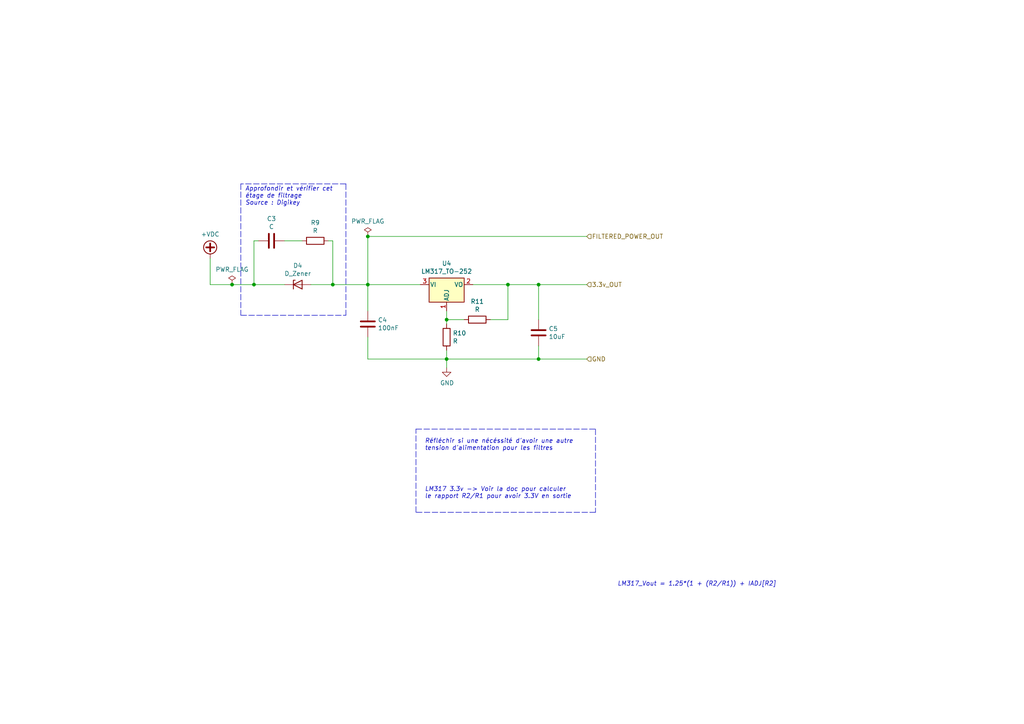
<source format=kicad_sch>
(kicad_sch (version 20211123) (generator eeschema)

  (uuid c8a7af6e-c432-4fa3-91ee-c8bf0c5a9ebe)

  (paper "A4")

  (lib_symbols
    (symbol "Device:C" (pin_numbers hide) (pin_names (offset 0.254)) (in_bom yes) (on_board yes)
      (property "Reference" "C" (id 0) (at 0.635 2.54 0)
        (effects (font (size 1.27 1.27)) (justify left))
      )
      (property "Value" "C" (id 1) (at 0.635 -2.54 0)
        (effects (font (size 1.27 1.27)) (justify left))
      )
      (property "Footprint" "" (id 2) (at 0.9652 -3.81 0)
        (effects (font (size 1.27 1.27)) hide)
      )
      (property "Datasheet" "~" (id 3) (at 0 0 0)
        (effects (font (size 1.27 1.27)) hide)
      )
      (property "ki_keywords" "cap capacitor" (id 4) (at 0 0 0)
        (effects (font (size 1.27 1.27)) hide)
      )
      (property "ki_description" "Unpolarized capacitor" (id 5) (at 0 0 0)
        (effects (font (size 1.27 1.27)) hide)
      )
      (property "ki_fp_filters" "C_*" (id 6) (at 0 0 0)
        (effects (font (size 1.27 1.27)) hide)
      )
      (symbol "C_0_1"
        (polyline
          (pts
            (xy -2.032 -0.762)
            (xy 2.032 -0.762)
          )
          (stroke (width 0.508) (type default) (color 0 0 0 0))
          (fill (type none))
        )
        (polyline
          (pts
            (xy -2.032 0.762)
            (xy 2.032 0.762)
          )
          (stroke (width 0.508) (type default) (color 0 0 0 0))
          (fill (type none))
        )
      )
      (symbol "C_1_1"
        (pin passive line (at 0 3.81 270) (length 2.794)
          (name "~" (effects (font (size 1.27 1.27))))
          (number "1" (effects (font (size 1.27 1.27))))
        )
        (pin passive line (at 0 -3.81 90) (length 2.794)
          (name "~" (effects (font (size 1.27 1.27))))
          (number "2" (effects (font (size 1.27 1.27))))
        )
      )
    )
    (symbol "Device:D_Zener" (pin_numbers hide) (pin_names (offset 1.016) hide) (in_bom yes) (on_board yes)
      (property "Reference" "D" (id 0) (at 0 2.54 0)
        (effects (font (size 1.27 1.27)))
      )
      (property "Value" "D_Zener" (id 1) (at 0 -2.54 0)
        (effects (font (size 1.27 1.27)))
      )
      (property "Footprint" "" (id 2) (at 0 0 0)
        (effects (font (size 1.27 1.27)) hide)
      )
      (property "Datasheet" "~" (id 3) (at 0 0 0)
        (effects (font (size 1.27 1.27)) hide)
      )
      (property "ki_keywords" "diode" (id 4) (at 0 0 0)
        (effects (font (size 1.27 1.27)) hide)
      )
      (property "ki_description" "Zener diode" (id 5) (at 0 0 0)
        (effects (font (size 1.27 1.27)) hide)
      )
      (property "ki_fp_filters" "TO-???* *_Diode_* *SingleDiode* D_*" (id 6) (at 0 0 0)
        (effects (font (size 1.27 1.27)) hide)
      )
      (symbol "D_Zener_0_1"
        (polyline
          (pts
            (xy 1.27 0)
            (xy -1.27 0)
          )
          (stroke (width 0) (type default) (color 0 0 0 0))
          (fill (type none))
        )
        (polyline
          (pts
            (xy -1.27 -1.27)
            (xy -1.27 1.27)
            (xy -0.762 1.27)
          )
          (stroke (width 0.254) (type default) (color 0 0 0 0))
          (fill (type none))
        )
        (polyline
          (pts
            (xy 1.27 -1.27)
            (xy 1.27 1.27)
            (xy -1.27 0)
            (xy 1.27 -1.27)
          )
          (stroke (width 0.254) (type default) (color 0 0 0 0))
          (fill (type none))
        )
      )
      (symbol "D_Zener_1_1"
        (pin passive line (at -3.81 0 0) (length 2.54)
          (name "K" (effects (font (size 1.27 1.27))))
          (number "1" (effects (font (size 1.27 1.27))))
        )
        (pin passive line (at 3.81 0 180) (length 2.54)
          (name "A" (effects (font (size 1.27 1.27))))
          (number "2" (effects (font (size 1.27 1.27))))
        )
      )
    )
    (symbol "Device:R" (pin_numbers hide) (pin_names (offset 0)) (in_bom yes) (on_board yes)
      (property "Reference" "R" (id 0) (at 2.032 0 90)
        (effects (font (size 1.27 1.27)))
      )
      (property "Value" "R" (id 1) (at 0 0 90)
        (effects (font (size 1.27 1.27)))
      )
      (property "Footprint" "" (id 2) (at -1.778 0 90)
        (effects (font (size 1.27 1.27)) hide)
      )
      (property "Datasheet" "~" (id 3) (at 0 0 0)
        (effects (font (size 1.27 1.27)) hide)
      )
      (property "ki_keywords" "R res resistor" (id 4) (at 0 0 0)
        (effects (font (size 1.27 1.27)) hide)
      )
      (property "ki_description" "Resistor" (id 5) (at 0 0 0)
        (effects (font (size 1.27 1.27)) hide)
      )
      (property "ki_fp_filters" "R_*" (id 6) (at 0 0 0)
        (effects (font (size 1.27 1.27)) hide)
      )
      (symbol "R_0_1"
        (rectangle (start -1.016 -2.54) (end 1.016 2.54)
          (stroke (width 0.254) (type default) (color 0 0 0 0))
          (fill (type none))
        )
      )
      (symbol "R_1_1"
        (pin passive line (at 0 3.81 270) (length 1.27)
          (name "~" (effects (font (size 1.27 1.27))))
          (number "1" (effects (font (size 1.27 1.27))))
        )
        (pin passive line (at 0 -3.81 90) (length 1.27)
          (name "~" (effects (font (size 1.27 1.27))))
          (number "2" (effects (font (size 1.27 1.27))))
        )
      )
    )
    (symbol "Regulator_Linear:LM317_TO-252" (pin_names (offset 0.254)) (in_bom yes) (on_board yes)
      (property "Reference" "U" (id 0) (at -3.81 3.175 0)
        (effects (font (size 1.27 1.27)))
      )
      (property "Value" "LM317_TO-252" (id 1) (at 0 3.175 0)
        (effects (font (size 1.27 1.27)) (justify left))
      )
      (property "Footprint" "Package_TO_SOT_SMD:TO-252-2" (id 2) (at 0 6.35 0)
        (effects (font (size 1.27 1.27) italic) hide)
      )
      (property "Datasheet" "http://www.ti.com/lit/ds/snvs774n/snvs774n.pdf" (id 3) (at 0 0 0)
        (effects (font (size 1.27 1.27)) hide)
      )
      (property "ki_keywords" "Adjustable Voltage Regulator 1A Positive" (id 4) (at 0 0 0)
        (effects (font (size 1.27 1.27)) hide)
      )
      (property "ki_description" "1.5A 35V Adjustable Linear Regulator, TO-252" (id 5) (at 0 0 0)
        (effects (font (size 1.27 1.27)) hide)
      )
      (property "ki_fp_filters" "TO?252*" (id 6) (at 0 0 0)
        (effects (font (size 1.27 1.27)) hide)
      )
      (symbol "LM317_TO-252_0_1"
        (rectangle (start -5.08 1.905) (end 5.08 -5.08)
          (stroke (width 0.254) (type default) (color 0 0 0 0))
          (fill (type background))
        )
      )
      (symbol "LM317_TO-252_1_1"
        (pin input line (at 0 -7.62 90) (length 2.54)
          (name "ADJ" (effects (font (size 1.27 1.27))))
          (number "1" (effects (font (size 1.27 1.27))))
        )
        (pin power_out line (at 7.62 0 180) (length 2.54)
          (name "VO" (effects (font (size 1.27 1.27))))
          (number "2" (effects (font (size 1.27 1.27))))
        )
        (pin power_in line (at -7.62 0 0) (length 2.54)
          (name "VI" (effects (font (size 1.27 1.27))))
          (number "3" (effects (font (size 1.27 1.27))))
        )
      )
    )
    (symbol "power:+VDC" (power) (pin_names (offset 0)) (in_bom yes) (on_board yes)
      (property "Reference" "#PWR" (id 0) (at 0 -2.54 0)
        (effects (font (size 1.27 1.27)) hide)
      )
      (property "Value" "+VDC" (id 1) (at 0 6.35 0)
        (effects (font (size 1.27 1.27)))
      )
      (property "Footprint" "" (id 2) (at 0 0 0)
        (effects (font (size 1.27 1.27)) hide)
      )
      (property "Datasheet" "" (id 3) (at 0 0 0)
        (effects (font (size 1.27 1.27)) hide)
      )
      (property "ki_keywords" "power-flag" (id 4) (at 0 0 0)
        (effects (font (size 1.27 1.27)) hide)
      )
      (property "ki_description" "Power symbol creates a global label with name \"+VDC\"" (id 5) (at 0 0 0)
        (effects (font (size 1.27 1.27)) hide)
      )
      (symbol "+VDC_0_1"
        (polyline
          (pts
            (xy -1.143 3.175)
            (xy 1.143 3.175)
          )
          (stroke (width 0.508) (type default) (color 0 0 0 0))
          (fill (type none))
        )
        (polyline
          (pts
            (xy 0 0)
            (xy 0 1.27)
          )
          (stroke (width 0) (type default) (color 0 0 0 0))
          (fill (type none))
        )
        (polyline
          (pts
            (xy 0 2.032)
            (xy 0 4.318)
          )
          (stroke (width 0.508) (type default) (color 0 0 0 0))
          (fill (type none))
        )
        (circle (center 0 3.175) (radius 1.905)
          (stroke (width 0.254) (type default) (color 0 0 0 0))
          (fill (type none))
        )
      )
      (symbol "+VDC_1_1"
        (pin power_in line (at 0 0 90) (length 0) hide
          (name "+VDC" (effects (font (size 1.27 1.27))))
          (number "1" (effects (font (size 1.27 1.27))))
        )
      )
    )
    (symbol "power:GND" (power) (pin_names (offset 0)) (in_bom yes) (on_board yes)
      (property "Reference" "#PWR" (id 0) (at 0 -6.35 0)
        (effects (font (size 1.27 1.27)) hide)
      )
      (property "Value" "GND" (id 1) (at 0 -3.81 0)
        (effects (font (size 1.27 1.27)))
      )
      (property "Footprint" "" (id 2) (at 0 0 0)
        (effects (font (size 1.27 1.27)) hide)
      )
      (property "Datasheet" "" (id 3) (at 0 0 0)
        (effects (font (size 1.27 1.27)) hide)
      )
      (property "ki_keywords" "power-flag" (id 4) (at 0 0 0)
        (effects (font (size 1.27 1.27)) hide)
      )
      (property "ki_description" "Power symbol creates a global label with name \"GND\" , ground" (id 5) (at 0 0 0)
        (effects (font (size 1.27 1.27)) hide)
      )
      (symbol "GND_0_1"
        (polyline
          (pts
            (xy 0 0)
            (xy 0 -1.27)
            (xy 1.27 -1.27)
            (xy 0 -2.54)
            (xy -1.27 -1.27)
            (xy 0 -1.27)
          )
          (stroke (width 0) (type default) (color 0 0 0 0))
          (fill (type none))
        )
      )
      (symbol "GND_1_1"
        (pin power_in line (at 0 0 270) (length 0) hide
          (name "GND" (effects (font (size 1.27 1.27))))
          (number "1" (effects (font (size 1.27 1.27))))
        )
      )
    )
    (symbol "power:PWR_FLAG" (power) (pin_numbers hide) (pin_names (offset 0) hide) (in_bom yes) (on_board yes)
      (property "Reference" "#FLG" (id 0) (at 0 1.905 0)
        (effects (font (size 1.27 1.27)) hide)
      )
      (property "Value" "PWR_FLAG" (id 1) (at 0 3.81 0)
        (effects (font (size 1.27 1.27)))
      )
      (property "Footprint" "" (id 2) (at 0 0 0)
        (effects (font (size 1.27 1.27)) hide)
      )
      (property "Datasheet" "~" (id 3) (at 0 0 0)
        (effects (font (size 1.27 1.27)) hide)
      )
      (property "ki_keywords" "power-flag" (id 4) (at 0 0 0)
        (effects (font (size 1.27 1.27)) hide)
      )
      (property "ki_description" "Special symbol for telling ERC where power comes from" (id 5) (at 0 0 0)
        (effects (font (size 1.27 1.27)) hide)
      )
      (symbol "PWR_FLAG_0_0"
        (pin power_out line (at 0 0 90) (length 0)
          (name "pwr" (effects (font (size 1.27 1.27))))
          (number "1" (effects (font (size 1.27 1.27))))
        )
      )
      (symbol "PWR_FLAG_0_1"
        (polyline
          (pts
            (xy 0 0)
            (xy 0 1.27)
            (xy -1.016 1.905)
            (xy 0 2.54)
            (xy 1.016 1.905)
            (xy 0 1.27)
          )
          (stroke (width 0) (type default) (color 0 0 0 0))
          (fill (type none))
        )
      )
    )
  )

  (junction (at 73.66 82.55) (diameter 0) (color 0 0 0 0)
    (uuid 15a82541-58d8-45b5-99c5-fb52e017e3ea)
  )
  (junction (at 129.54 104.14) (diameter 0) (color 0 0 0 0)
    (uuid 4cafb73d-1ad8-4d24-acf7-63d78095ae46)
  )
  (junction (at 156.21 104.14) (diameter 0) (color 0 0 0 0)
    (uuid 67d7fba0-5c84-4e33-bd9a-ae2cdeac46e7)
  )
  (junction (at 106.68 82.55) (diameter 0) (color 0 0 0 0)
    (uuid 6f580eb1-88cc-489d-a7ca-9efa5e590715)
  )
  (junction (at 129.54 92.71) (diameter 0) (color 0 0 0 0)
    (uuid 713e0777-58b2-4487-baca-60d0ebed27c3)
  )
  (junction (at 106.68 68.58) (diameter 0) (color 0 0 0 0)
    (uuid 9209f879-2c3f-4cf4-9043-acbaa9fd0eee)
  )
  (junction (at 67.31 82.55) (diameter 0) (color 0 0 0 0)
    (uuid d291f430-95ed-4e60-a6aa-6ee701ed9f43)
  )
  (junction (at 156.21 82.55) (diameter 0) (color 0 0 0 0)
    (uuid e0c7ddff-8c90-465f-be62-21fb49b059fa)
  )
  (junction (at 96.52 82.55) (diameter 0) (color 0 0 0 0)
    (uuid f6983918-fe05-46ea-b355-bc522ec53440)
  )
  (junction (at 147.32 82.55) (diameter 0) (color 0 0 0 0)
    (uuid f988d6ea-11c5-4837-b1d1-5c292ded50c6)
  )

  (wire (pts (xy 129.54 90.17) (xy 129.54 92.71))
    (stroke (width 0) (type default) (color 0 0 0 0))
    (uuid 05f2859d-2820-4e84-b395-696011feb13b)
  )
  (wire (pts (xy 73.66 82.55) (xy 82.55 82.55))
    (stroke (width 0) (type default) (color 0 0 0 0))
    (uuid 0fc5db66-6188-4c1f-bb14-0868bef113eb)
  )
  (polyline (pts (xy 100.33 53.34) (xy 100.33 91.44))
    (stroke (width 0) (type default) (color 0 0 0 0))
    (uuid 10e52e95-44f3-4059-a86d-dcda603e0623)
  )

  (wire (pts (xy 60.96 82.55) (xy 67.31 82.55))
    (stroke (width 0) (type default) (color 0 0 0 0))
    (uuid 142dd724-2a9f-4eea-ab21-209b1bc7ec65)
  )
  (wire (pts (xy 156.21 100.33) (xy 156.21 104.14))
    (stroke (width 0) (type default) (color 0 0 0 0))
    (uuid 19531a62-6ae6-442d-b025-778c321f67e0)
  )
  (wire (pts (xy 170.18 82.55) (xy 156.21 82.55))
    (stroke (width 0) (type default) (color 0 0 0 0))
    (uuid 1dfbf353-5b24-4c0f-8322-8fcd514ae75e)
  )
  (wire (pts (xy 106.68 68.58) (xy 106.68 82.55))
    (stroke (width 0) (type default) (color 0 0 0 0))
    (uuid 20caf6d2-76a7-497e-ac56-f6d31eb9027b)
  )
  (wire (pts (xy 137.16 82.55) (xy 147.32 82.55))
    (stroke (width 0) (type default) (color 0 0 0 0))
    (uuid 25bc3602-3fb4-4a04-94e3-21ba22562c24)
  )
  (wire (pts (xy 147.32 82.55) (xy 156.21 82.55))
    (stroke (width 0) (type default) (color 0 0 0 0))
    (uuid 269f19c3-6824-45a8-be29-fa58d70cbb42)
  )
  (wire (pts (xy 106.68 97.79) (xy 106.68 104.14))
    (stroke (width 0) (type default) (color 0 0 0 0))
    (uuid 283c990c-ae5a-4e41-a3ad-b40ca29fe90e)
  )
  (polyline (pts (xy 172.72 124.46) (xy 172.72 148.59))
    (stroke (width 0) (type default) (color 0 0 0 0))
    (uuid 2f291a4b-4ecb-4692-9ad2-324f9784c0d4)
  )

  (wire (pts (xy 106.68 82.55) (xy 106.68 90.17))
    (stroke (width 0) (type default) (color 0 0 0 0))
    (uuid 38cfe839-c630-43d3-a9ec-6a89ba9e318a)
  )
  (polyline (pts (xy 120.65 124.46) (xy 172.72 124.46))
    (stroke (width 0) (type default) (color 0 0 0 0))
    (uuid 3a70978e-dcc2-4620-a99c-514362812927)
  )

  (wire (pts (xy 73.66 69.85) (xy 73.66 82.55))
    (stroke (width 0) (type default) (color 0 0 0 0))
    (uuid 3c8d03bf-f31d-4aa0-b8db-a227ffd7d8d6)
  )
  (wire (pts (xy 95.25 69.85) (xy 96.52 69.85))
    (stroke (width 0) (type default) (color 0 0 0 0))
    (uuid 3d6cdd62-5634-4e30-acf8-1b9c1dbf6653)
  )
  (wire (pts (xy 67.31 82.55) (xy 73.66 82.55))
    (stroke (width 0) (type default) (color 0 0 0 0))
    (uuid 43606656-5fbe-4319-805e-97442e4dc2f3)
  )
  (wire (pts (xy 106.68 104.14) (xy 129.54 104.14))
    (stroke (width 0) (type default) (color 0 0 0 0))
    (uuid 49575217-40b0-4890-8acf-12982cca52b5)
  )
  (wire (pts (xy 129.54 92.71) (xy 129.54 93.98))
    (stroke (width 0) (type default) (color 0 0 0 0))
    (uuid 576f00e6-a1be-45d3-9b93-e26d9e0fe306)
  )
  (wire (pts (xy 60.96 74.93) (xy 60.96 82.55))
    (stroke (width 0) (type default) (color 0 0 0 0))
    (uuid 5889287d-b845-4684-b23e-663811b25d27)
  )
  (polyline (pts (xy 120.65 148.59) (xy 120.65 124.46))
    (stroke (width 0) (type default) (color 0 0 0 0))
    (uuid 62a1f3d4-027d-4ecf-a37a-6fcf4263e9d2)
  )

  (wire (pts (xy 82.55 69.85) (xy 87.63 69.85))
    (stroke (width 0) (type default) (color 0 0 0 0))
    (uuid 6b91a3ee-fdcd-4bfe-ad57-c8d5ea9903a8)
  )
  (polyline (pts (xy 69.85 91.44) (xy 100.33 91.44))
    (stroke (width 0) (type default) (color 0 0 0 0))
    (uuid 74f5ec08-7600-4a0b-a9e4-aae29f9ea08a)
  )

  (wire (pts (xy 170.18 68.58) (xy 106.68 68.58))
    (stroke (width 0) (type default) (color 0 0 0 0))
    (uuid 759788bd-3cb9-4d38-b58c-5cb10b7dca6b)
  )
  (wire (pts (xy 147.32 82.55) (xy 147.32 92.71))
    (stroke (width 0) (type default) (color 0 0 0 0))
    (uuid 7760a75a-d74b-4185-b34e-cbc7b2c339b6)
  )
  (wire (pts (xy 106.68 82.55) (xy 121.92 82.55))
    (stroke (width 0) (type default) (color 0 0 0 0))
    (uuid 90e761f6-1432-4f73-ad28-fa8869b7ec31)
  )
  (wire (pts (xy 134.62 92.71) (xy 129.54 92.71))
    (stroke (width 0) (type default) (color 0 0 0 0))
    (uuid a8fb8ee0-623f-4870-a716-ecc88f37ef9a)
  )
  (polyline (pts (xy 100.33 53.34) (xy 69.85 53.34))
    (stroke (width 0) (type default) (color 0 0 0 0))
    (uuid b13e8448-bf35-4ec0-9c70-3f2250718cc2)
  )

  (wire (pts (xy 96.52 69.85) (xy 96.52 82.55))
    (stroke (width 0) (type default) (color 0 0 0 0))
    (uuid bb59b92a-e4d0-4b9e-82cd-26304f5c15b8)
  )
  (polyline (pts (xy 69.85 53.34) (xy 69.85 91.44))
    (stroke (width 0) (type default) (color 0 0 0 0))
    (uuid bd793ae5-cde5-43f6-8def-1f95f35b1be6)
  )

  (wire (pts (xy 129.54 104.14) (xy 129.54 106.68))
    (stroke (width 0) (type default) (color 0 0 0 0))
    (uuid be4b72db-0e02-4d9b-844a-aff689b4e648)
  )
  (wire (pts (xy 156.21 104.14) (xy 170.18 104.14))
    (stroke (width 0) (type default) (color 0 0 0 0))
    (uuid c07d20f9-e4db-4040-9a86-ab8ee1d66d96)
  )
  (wire (pts (xy 147.32 92.71) (xy 142.24 92.71))
    (stroke (width 0) (type default) (color 0 0 0 0))
    (uuid c1bac86f-cbf6-4c5b-b60d-c26fa73d9c09)
  )
  (wire (pts (xy 129.54 104.14) (xy 156.21 104.14))
    (stroke (width 0) (type default) (color 0 0 0 0))
    (uuid d3e133b7-2c84-4206-a2b1-e693cb57fe56)
  )
  (wire (pts (xy 90.17 82.55) (xy 96.52 82.55))
    (stroke (width 0) (type default) (color 0 0 0 0))
    (uuid d68e5ddb-039c-483f-88a3-1b0b7964b482)
  )
  (wire (pts (xy 156.21 82.55) (xy 156.21 92.71))
    (stroke (width 0) (type default) (color 0 0 0 0))
    (uuid da481376-0e49-44d3-91b8-aaa39b869dd1)
  )
  (wire (pts (xy 74.93 69.85) (xy 73.66 69.85))
    (stroke (width 0) (type default) (color 0 0 0 0))
    (uuid e70b6168-f98e-4322-bc55-500948ef7b77)
  )
  (wire (pts (xy 129.54 101.6) (xy 129.54 104.14))
    (stroke (width 0) (type default) (color 0 0 0 0))
    (uuid f19c9655-8ddb-411a-96dd-bd986870c3c6)
  )
  (polyline (pts (xy 172.72 148.59) (xy 120.65 148.59))
    (stroke (width 0) (type default) (color 0 0 0 0))
    (uuid f447e585-df78-4239-b8cb-4653b3837bb1)
  )

  (wire (pts (xy 96.52 82.55) (xy 106.68 82.55))
    (stroke (width 0) (type default) (color 0 0 0 0))
    (uuid f44d04c5-0d17-4d52-8328-ef3b4fdfba5f)
  )

  (text "Réfléchir si une nécéssité d'avoir une autre \ntension d'alimentation pour les filtres"
    (at 123.19 130.81 0)
    (effects (font (size 1.27 1.27) italic) (justify left bottom))
    (uuid 319639ae-c2c5-486d-93b1-d03bb1b64252)
  )
  (text "Approfondir et vérifier cet \nétage de filtrage\nSource : Digikey"
    (at 71.12 59.69 0)
    (effects (font (size 1.27 1.27) italic) (justify left bottom))
    (uuid 5c7d6eaf-f256-4349-8203-d2e836872231)
  )
  (text "LM317 3.3v -> Voir la doc pour calculer \nle rapport R2/R1 pour avoir 3.3V en sortie"
    (at 123.19 144.78 0)
    (effects (font (size 1.27 1.27) italic) (justify left bottom))
    (uuid a5c8e189-1ddc-4a66-984b-e0fd1529d346)
  )
  (text "LM317_Vout = 1.25*(1 + (R2/R1)) + IADJ[R2]" (at 179.07 170.18 0)
    (effects (font (size 1.27 1.27) italic) (justify left bottom))
    (uuid fc4ad874-c922-4070-89f9-7262080469d8)
  )

  (hierarchical_label "GND" (shape input) (at 170.18 104.14 0)
    (effects (font (size 1.27 1.27)) (justify left))
    (uuid 24c018b4-9fcb-4aaa-8cfd-c60d5bb96393)
  )
  (hierarchical_label "3.3v_OUT" (shape input) (at 170.18 82.55 0)
    (effects (font (size 1.27 1.27)) (justify left))
    (uuid 591202b2-3c38-45ff-b77c-22670522e0a0)
  )
  (hierarchical_label "FILTERED_POWER_OUT" (shape input) (at 170.18 68.58 0)
    (effects (font (size 1.27 1.27)) (justify left))
    (uuid ff89eeb8-8513-4cfc-b82e-0303d3df4237)
  )

  (symbol (lib_id "Regulator_Linear:LM317_TO-252") (at 129.54 82.55 0) (unit 1)
    (in_bom yes) (on_board yes)
    (uuid 00000000-0000-0000-0000-000061f853da)
    (property "Reference" "U4" (id 0) (at 129.54 76.4032 0))
    (property "Value" "LM317_TO-252" (id 1) (at 129.54 78.7146 0))
    (property "Footprint" "Package_TO_SOT_SMD:TO-252-2" (id 2) (at 129.54 76.2 0)
      (effects (font (size 1.27 1.27) italic) hide)
    )
    (property "Datasheet" "http://www.ti.com/lit/ds/snvs774n/snvs774n.pdf" (id 3) (at 129.54 82.55 0)
      (effects (font (size 1.27 1.27)) hide)
    )
    (pin "1" (uuid b3701ac3-1c2d-48c1-a5cd-5c0e57fe0c41))
    (pin "2" (uuid ecb4e8de-69fa-4df4-b2e9-225fc8346eca))
    (pin "3" (uuid 8cd7c344-2150-4a74-b529-83166c3e42e5))
  )

  (symbol (lib_id "power:+VDC") (at 60.96 74.93 0) (unit 1)
    (in_bom yes) (on_board yes)
    (uuid 00000000-0000-0000-0000-000061f85a54)
    (property "Reference" "#PWR0115" (id 0) (at 60.96 77.47 0)
      (effects (font (size 1.27 1.27)) hide)
    )
    (property "Value" "+VDC" (id 1) (at 60.96 67.945 0))
    (property "Footprint" "" (id 2) (at 60.96 74.93 0)
      (effects (font (size 1.27 1.27)) hide)
    )
    (property "Datasheet" "" (id 3) (at 60.96 74.93 0)
      (effects (font (size 1.27 1.27)) hide)
    )
    (pin "1" (uuid 13886cbb-ef96-4408-b70f-e18bc2b92c73))
  )

  (symbol (lib_id "power:GND") (at 129.54 106.68 0) (unit 1)
    (in_bom yes) (on_board yes)
    (uuid 00000000-0000-0000-0000-000061f8655e)
    (property "Reference" "#PWR0114" (id 0) (at 129.54 113.03 0)
      (effects (font (size 1.27 1.27)) hide)
    )
    (property "Value" "GND" (id 1) (at 129.667 111.0742 0))
    (property "Footprint" "" (id 2) (at 129.54 106.68 0)
      (effects (font (size 1.27 1.27)) hide)
    )
    (property "Datasheet" "" (id 3) (at 129.54 106.68 0)
      (effects (font (size 1.27 1.27)) hide)
    )
    (pin "1" (uuid 684b418c-172c-475b-8440-7927968ec5b4))
  )

  (symbol (lib_id "Device:R") (at 129.54 97.79 0) (unit 1)
    (in_bom yes) (on_board yes)
    (uuid 00000000-0000-0000-0000-000061f86e5f)
    (property "Reference" "R10" (id 0) (at 131.318 96.6216 0)
      (effects (font (size 1.27 1.27)) (justify left))
    )
    (property "Value" "R" (id 1) (at 131.318 98.933 0)
      (effects (font (size 1.27 1.27)) (justify left))
    )
    (property "Footprint" "" (id 2) (at 127.762 97.79 90)
      (effects (font (size 1.27 1.27)) hide)
    )
    (property "Datasheet" "~" (id 3) (at 129.54 97.79 0)
      (effects (font (size 1.27 1.27)) hide)
    )
    (pin "1" (uuid 77f225a6-84b5-4731-8d69-b569888ed7e8))
    (pin "2" (uuid 99b7cb1d-d0d9-415c-9b34-b19e737b07ad))
  )

  (symbol (lib_id "Device:R") (at 138.43 92.71 270) (unit 1)
    (in_bom yes) (on_board yes)
    (uuid 00000000-0000-0000-0000-000061f8726a)
    (property "Reference" "R11" (id 0) (at 138.43 87.4522 90))
    (property "Value" "R" (id 1) (at 138.43 89.7636 90))
    (property "Footprint" "" (id 2) (at 138.43 90.932 90)
      (effects (font (size 1.27 1.27)) hide)
    )
    (property "Datasheet" "~" (id 3) (at 138.43 92.71 0)
      (effects (font (size 1.27 1.27)) hide)
    )
    (pin "1" (uuid d81ddeec-f298-4fd7-9726-89a21de6257c))
    (pin "2" (uuid 2887c778-e5af-4d06-a928-2d83cf843512))
  )

  (symbol (lib_id "Device:C") (at 106.68 93.98 0) (unit 1)
    (in_bom yes) (on_board yes)
    (uuid 00000000-0000-0000-0000-000061f881d1)
    (property "Reference" "C4" (id 0) (at 109.601 92.8116 0)
      (effects (font (size 1.27 1.27)) (justify left))
    )
    (property "Value" "100nF" (id 1) (at 109.601 95.123 0)
      (effects (font (size 1.27 1.27)) (justify left))
    )
    (property "Footprint" "" (id 2) (at 107.6452 97.79 0)
      (effects (font (size 1.27 1.27)) hide)
    )
    (property "Datasheet" "~" (id 3) (at 106.68 93.98 0)
      (effects (font (size 1.27 1.27)) hide)
    )
    (pin "1" (uuid 4b11d2da-3e9e-4c0c-8422-e37bc14e9928))
    (pin "2" (uuid de5a2861-d0e3-498e-8cad-067889035d95))
  )

  (symbol (lib_id "Device:C") (at 156.21 96.52 0) (unit 1)
    (in_bom yes) (on_board yes)
    (uuid 00000000-0000-0000-0000-000061f88cef)
    (property "Reference" "C5" (id 0) (at 159.131 95.3516 0)
      (effects (font (size 1.27 1.27)) (justify left))
    )
    (property "Value" "10uF" (id 1) (at 159.131 97.663 0)
      (effects (font (size 1.27 1.27)) (justify left))
    )
    (property "Footprint" "" (id 2) (at 157.1752 100.33 0)
      (effects (font (size 1.27 1.27)) hide)
    )
    (property "Datasheet" "~" (id 3) (at 156.21 96.52 0)
      (effects (font (size 1.27 1.27)) hide)
    )
    (pin "1" (uuid 09f36f2d-30a8-4d9b-9ac6-e619eb594641))
    (pin "2" (uuid 2957d2a1-ab6b-4037-a22c-f81545bd6aba))
  )

  (symbol (lib_id "Device:D_Zener") (at 86.36 82.55 0) (unit 1)
    (in_bom yes) (on_board yes)
    (uuid 00000000-0000-0000-0000-000061f8f47a)
    (property "Reference" "D4" (id 0) (at 86.36 77.0382 0))
    (property "Value" "D_Zener" (id 1) (at 86.36 79.3496 0))
    (property "Footprint" "" (id 2) (at 86.36 82.55 0)
      (effects (font (size 1.27 1.27)) hide)
    )
    (property "Datasheet" "~" (id 3) (at 86.36 82.55 0)
      (effects (font (size 1.27 1.27)) hide)
    )
    (pin "1" (uuid b3041a10-71a4-4095-a5e1-a20da90297b2))
    (pin "2" (uuid 7f1209ad-9f0d-4143-b780-d9319502c321))
  )

  (symbol (lib_id "Device:C") (at 78.74 69.85 270) (unit 1)
    (in_bom yes) (on_board yes)
    (uuid 00000000-0000-0000-0000-000061f912b4)
    (property "Reference" "C3" (id 0) (at 78.74 63.4492 90))
    (property "Value" "C" (id 1) (at 78.74 65.7606 90))
    (property "Footprint" "" (id 2) (at 74.93 70.8152 0)
      (effects (font (size 1.27 1.27)) hide)
    )
    (property "Datasheet" "~" (id 3) (at 78.74 69.85 0)
      (effects (font (size 1.27 1.27)) hide)
    )
    (pin "1" (uuid 51ee4514-855a-4ab8-9219-010b97cd0cb9))
    (pin "2" (uuid 43f7bfa1-63f0-4188-9aeb-179fd0f01620))
  )

  (symbol (lib_id "Device:R") (at 91.44 69.85 270) (unit 1)
    (in_bom yes) (on_board yes)
    (uuid 00000000-0000-0000-0000-000061f91825)
    (property "Reference" "R9" (id 0) (at 91.44 64.5922 90))
    (property "Value" "R" (id 1) (at 91.44 66.9036 90))
    (property "Footprint" "" (id 2) (at 91.44 68.072 90)
      (effects (font (size 1.27 1.27)) hide)
    )
    (property "Datasheet" "~" (id 3) (at 91.44 69.85 0)
      (effects (font (size 1.27 1.27)) hide)
    )
    (pin "1" (uuid e6669ec5-528f-4678-b381-e1890d50919a))
    (pin "2" (uuid 61a26344-b1d3-4374-bc1d-342671ba70f4))
  )

  (symbol (lib_id "power:PWR_FLAG") (at 106.68 68.58 0) (unit 1)
    (in_bom yes) (on_board yes)
    (uuid 548b43d5-4c9e-4e72-a4b0-54ee872cf789)
    (property "Reference" "#FLG0106" (id 0) (at 106.68 66.675 0)
      (effects (font (size 1.27 1.27)) hide)
    )
    (property "Value" "PWR_FLAG" (id 1) (at 106.68 64.1858 0))
    (property "Footprint" "" (id 2) (at 106.68 68.58 0)
      (effects (font (size 1.27 1.27)) hide)
    )
    (property "Datasheet" "~" (id 3) (at 106.68 68.58 0)
      (effects (font (size 1.27 1.27)) hide)
    )
    (pin "1" (uuid 60550475-1dda-44b0-86b2-7b0e79081960))
  )

  (symbol (lib_id "power:PWR_FLAG") (at 67.31 82.55 0) (unit 1)
    (in_bom yes) (on_board yes)
    (uuid 9e1ecfe5-9502-477a-b6a0-fb612fb55227)
    (property "Reference" "#FLG0107" (id 0) (at 67.31 80.645 0)
      (effects (font (size 1.27 1.27)) hide)
    )
    (property "Value" "PWR_FLAG" (id 1) (at 67.31 78.1558 0))
    (property "Footprint" "" (id 2) (at 67.31 82.55 0)
      (effects (font (size 1.27 1.27)) hide)
    )
    (property "Datasheet" "~" (id 3) (at 67.31 82.55 0)
      (effects (font (size 1.27 1.27)) hide)
    )
    (pin "1" (uuid fcc79a94-609e-4f38-ac42-397d96db2c10))
  )
)

</source>
